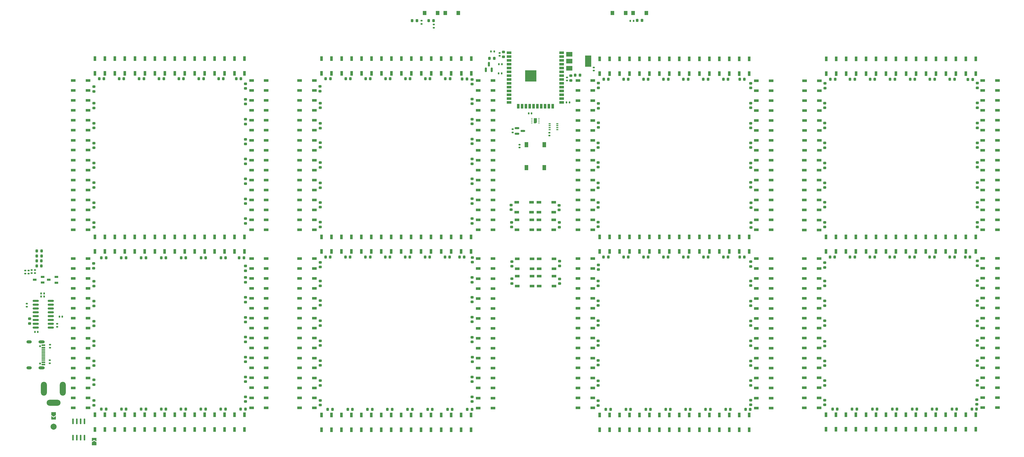
<source format=gbr>
%TF.GenerationSoftware,KiCad,Pcbnew,7.0.7*%
%TF.CreationDate,2023-09-22T21:21:00+02:00*%
%TF.ProjectId,ws2812-clock,77733238-3132-42d6-936c-6f636b2e6b69,rev?*%
%TF.SameCoordinates,Original*%
%TF.FileFunction,Soldermask,Top*%
%TF.FilePolarity,Negative*%
%FSLAX46Y46*%
G04 Gerber Fmt 4.6, Leading zero omitted, Abs format (unit mm)*
G04 Created by KiCad (PCBNEW 7.0.7) date 2023-09-22 21:21:00*
%MOMM*%
%LPD*%
G01*
G04 APERTURE LIST*
G04 Aperture macros list*
%AMRoundRect*
0 Rectangle with rounded corners*
0 $1 Rounding radius*
0 $2 $3 $4 $5 $6 $7 $8 $9 X,Y pos of 4 corners*
0 Add a 4 corners polygon primitive as box body*
4,1,4,$2,$3,$4,$5,$6,$7,$8,$9,$2,$3,0*
0 Add four circle primitives for the rounded corners*
1,1,$1+$1,$2,$3*
1,1,$1+$1,$4,$5*
1,1,$1+$1,$6,$7*
1,1,$1+$1,$8,$9*
0 Add four rect primitives between the rounded corners*
20,1,$1+$1,$2,$3,$4,$5,0*
20,1,$1+$1,$4,$5,$6,$7,0*
20,1,$1+$1,$6,$7,$8,$9,0*
20,1,$1+$1,$8,$9,$2,$3,0*%
%AMFreePoly0*
4,1,6,0.500000,-0.850000,-0.500000,-0.850000,-0.500000,0.550000,-0.200000,0.850000,0.500000,0.850000,0.500000,-0.850000,0.500000,-0.850000,$1*%
%AMFreePoly1*
4,1,6,1.000000,0.000000,0.500000,-0.750000,-0.500000,-0.750000,-0.500000,0.750000,0.500000,0.750000,1.000000,0.000000,1.000000,0.000000,$1*%
%AMFreePoly2*
4,1,6,0.500000,-0.750000,-0.650000,-0.750000,-0.150000,0.000000,-0.650000,0.750000,0.500000,0.750000,0.500000,-0.750000,0.500000,-0.750000,$1*%
G04 Aperture macros list end*
%ADD10R,1.500000X0.900000*%
%ADD11R,0.900000X1.500000*%
%ADD12RoundRect,0.135000X-0.185000X0.135000X-0.185000X-0.135000X0.185000X-0.135000X0.185000X0.135000X0*%
%ADD13RoundRect,0.225000X0.250000X-0.225000X0.250000X0.225000X-0.250000X0.225000X-0.250000X-0.225000X0*%
%ADD14C,0.650000*%
%ADD15O,2.100000X1.000000*%
%ADD16O,1.800000X1.000000*%
%ADD17R,1.150000X0.600000*%
%ADD18R,1.150000X0.300000*%
%ADD19RoundRect,0.225000X0.225000X0.250000X-0.225000X0.250000X-0.225000X-0.250000X0.225000X-0.250000X0*%
%ADD20RoundRect,0.218750X0.218750X0.256250X-0.218750X0.256250X-0.218750X-0.256250X0.218750X-0.256250X0*%
%ADD21RoundRect,0.225000X-0.250000X0.225000X-0.250000X-0.225000X0.250000X-0.225000X0.250000X0.225000X0*%
%ADD22RoundRect,0.225000X-0.225000X-0.250000X0.225000X-0.250000X0.225000X0.250000X-0.225000X0.250000X0*%
%ADD23RoundRect,0.140000X0.170000X-0.140000X0.170000X0.140000X-0.170000X0.140000X-0.170000X-0.140000X0*%
%ADD24RoundRect,0.150000X-0.587500X-0.150000X0.587500X-0.150000X0.587500X0.150000X-0.587500X0.150000X0*%
%ADD25RoundRect,0.140000X0.140000X0.170000X-0.140000X0.170000X-0.140000X-0.170000X0.140000X-0.170000X0*%
%ADD26RoundRect,0.135000X0.185000X-0.135000X0.185000X0.135000X-0.185000X0.135000X-0.185000X-0.135000X0*%
%ADD27RoundRect,0.218750X-0.218750X-0.256250X0.218750X-0.256250X0.218750X0.256250X-0.218750X0.256250X0*%
%ADD28R,1.220000X0.650000*%
%ADD29RoundRect,0.150000X0.150000X-0.587500X0.150000X0.587500X-0.150000X0.587500X-0.150000X-0.587500X0*%
%ADD30RoundRect,0.135000X-0.135000X-0.185000X0.135000X-0.185000X0.135000X0.185000X-0.135000X0.185000X0*%
%ADD31R,1.150000X1.780000*%
%ADD32C,2.000000*%
%ADD33O,0.570000X1.950000*%
%ADD34R,1.230000X1.360000*%
%ADD35RoundRect,0.140000X-0.170000X0.140000X-0.170000X-0.140000X0.170000X-0.140000X0.170000X0.140000X0*%
%ADD36O,0.770000X0.360000*%
%ADD37R,0.550000X0.250000*%
%ADD38FreePoly0,180.000000*%
%ADD39RoundRect,0.135000X0.135000X0.185000X-0.135000X0.185000X-0.135000X-0.185000X0.135000X-0.185000X0*%
%ADD40R,2.000000X1.500000*%
%ADD41R,2.000000X3.800000*%
%ADD42FreePoly1,270.000000*%
%ADD43FreePoly2,270.000000*%
%ADD44O,2.000000X4.600000*%
%ADD45O,4.600000X2.000000*%
%ADD46FreePoly1,90.000000*%
%ADD47FreePoly2,90.000000*%
%ADD48RoundRect,0.150000X0.825000X0.150000X-0.825000X0.150000X-0.825000X-0.150000X0.825000X-0.150000X0*%
%ADD49C,0.600000*%
%ADD50R,3.800000X3.800000*%
G04 APERTURE END LIST*
D10*
%TO.C,D73*%
X117600000Y-133100000D03*
X117600000Y-136400000D03*
X122500000Y-136400000D03*
X122500000Y-133100000D03*
%TD*%
%TO.C,D4*%
X42450000Y-93810000D03*
X42450000Y-97110000D03*
X47350000Y-97110000D03*
X47350000Y-93810000D03*
%TD*%
D11*
%TO.C,D51*%
X62920000Y-71550000D03*
X66220000Y-71550000D03*
X66220000Y-66650000D03*
X62920000Y-66650000D03*
%TD*%
%TO.C,D81*%
X124800000Y-190000000D03*
X128100000Y-190000000D03*
X128100000Y-185100000D03*
X124800000Y-185100000D03*
%TD*%
D10*
%TO.C,D155*%
X273999999Y-169560000D03*
X273999999Y-166260000D03*
X269099999Y-166260000D03*
X269099999Y-169560000D03*
%TD*%
%TO.C,D46*%
X106500000Y-90499999D03*
X106500000Y-87199999D03*
X101600000Y-87199999D03*
X101600000Y-90499999D03*
%TD*%
%TO.C,D43*%
X106500001Y-110359999D03*
X106500001Y-107059999D03*
X101600001Y-107059999D03*
X101600001Y-110359999D03*
%TD*%
%TO.C,D198*%
X285050000Y-166200000D03*
X285050000Y-169500000D03*
X289950000Y-169500000D03*
X289950000Y-166200000D03*
%TD*%
D12*
%TO.C,R14*%
X162052000Y-55370000D03*
X162052000Y-56390000D03*
%TD*%
D13*
%TO.C,C100*%
X174800000Y-101600000D03*
X174800000Y-100050000D03*
%TD*%
D11*
%TO.C,D192*%
X338590000Y-130800001D03*
X341890000Y-130800001D03*
X341890000Y-125900001D03*
X338590000Y-125900001D03*
%TD*%
D14*
%TO.C,USBC1*%
X31457500Y-162265000D03*
X31457500Y-168045000D03*
D15*
X31957500Y-160835000D03*
D16*
X27777500Y-160835000D03*
X27777500Y-169475000D03*
D15*
X31957500Y-169475000D03*
D17*
X32517500Y-161955000D03*
X32517500Y-162755000D03*
D18*
X32517500Y-163905000D03*
X32517500Y-164905000D03*
X32517500Y-165405000D03*
X32517500Y-166405000D03*
D17*
X32517500Y-168355000D03*
X32517500Y-167555000D03*
D18*
X32517500Y-166905000D03*
X32517500Y-165905000D03*
X32517500Y-164405000D03*
X32517500Y-163405000D03*
%TD*%
D10*
%TO.C,D200*%
X285067500Y-179417500D03*
X285067500Y-182717500D03*
X289967500Y-182717500D03*
X289967500Y-179417500D03*
%TD*%
D19*
%TO.C,C172*%
X239865000Y-73510000D03*
X238315000Y-73510000D03*
%TD*%
D10*
%TO.C,D94*%
X181740000Y-149720000D03*
X181740000Y-146420000D03*
X176840000Y-146420000D03*
X176840000Y-149720000D03*
%TD*%
D19*
%TO.C,C232*%
X340875000Y-73600000D03*
X339325000Y-73600000D03*
%TD*%
D12*
%TO.C,R5*%
X37120000Y-154790000D03*
X37120000Y-155810000D03*
%TD*%
D19*
%TO.C,C243*%
X210579000Y-72136000D03*
X209029000Y-72136000D03*
%TD*%
D11*
%TO.C,D227*%
X305540000Y-71700001D03*
X308840000Y-71700001D03*
X308840000Y-66800001D03*
X305540000Y-66800001D03*
%TD*%
D20*
%TO.C,D239*%
X231187500Y-53940000D03*
X229612500Y-53940000D03*
%TD*%
D10*
%TO.C,D194*%
X285050000Y-139720000D03*
X285050000Y-143020000D03*
X289950000Y-143020000D03*
X289950000Y-139720000D03*
%TD*%
D11*
%TO.C,D111*%
X164580000Y-71600000D03*
X167880000Y-71600000D03*
X167880000Y-66700000D03*
X164580000Y-66700000D03*
%TD*%
D13*
%TO.C,C40*%
X99568000Y-137173000D03*
X99568000Y-135623000D03*
%TD*%
%TO.C,C97*%
X174800000Y-121425000D03*
X174800000Y-119875000D03*
%TD*%
D19*
%TO.C,C135*%
X259725000Y-132625000D03*
X258175000Y-132625000D03*
%TD*%
D11*
%TO.C,D134*%
X250200001Y-130800000D03*
X253500001Y-130800000D03*
X253500001Y-125900000D03*
X250200001Y-125900000D03*
%TD*%
%TO.C,D84*%
X144660001Y-190000000D03*
X147960001Y-190000000D03*
X147960001Y-185100000D03*
X144660001Y-185100000D03*
%TD*%
D21*
%TO.C,C115*%
X203700000Y-115425000D03*
X203700000Y-116975000D03*
%TD*%
D13*
%TO.C,C209*%
X342300000Y-181575000D03*
X342300000Y-180025000D03*
%TD*%
D10*
%TO.C,D125*%
X209912500Y-100462500D03*
X209912500Y-103762500D03*
X214812500Y-103762500D03*
X214812500Y-100462500D03*
%TD*%
D22*
%TO.C,C72*%
X170615000Y-132590000D03*
X172165000Y-132590000D03*
%TD*%
D23*
%TO.C,C241*%
X206248000Y-73914000D03*
X206248000Y-72954000D03*
%TD*%
D10*
%TO.C,D41*%
X106500000Y-123600000D03*
X106500000Y-120300000D03*
X101600000Y-120300000D03*
X101600000Y-123600000D03*
%TD*%
D22*
%TO.C,C25*%
X51803000Y-183134000D03*
X53353000Y-183134000D03*
%TD*%
D13*
%TO.C,C42*%
X99568000Y-114834000D03*
X99568000Y-113284000D03*
%TD*%
D21*
%TO.C,C121*%
X216675000Y-74825000D03*
X216675000Y-76375000D03*
%TD*%
%TO.C,C23*%
X49276000Y-173456000D03*
X49276000Y-175006000D03*
%TD*%
D11*
%TO.C,D203*%
X305490001Y-189900000D03*
X308790001Y-189900000D03*
X308790001Y-185000000D03*
X305490001Y-185000000D03*
%TD*%
D10*
%TO.C,D128*%
X209900000Y-120300000D03*
X209900000Y-123600000D03*
X214800000Y-123600000D03*
X214800000Y-120300000D03*
%TD*%
%TO.C,D138*%
X209900000Y-139720000D03*
X209900000Y-143020000D03*
X214800000Y-143020000D03*
X214800000Y-139720000D03*
%TD*%
D22*
%TO.C,C31*%
X91427000Y-183134000D03*
X92977000Y-183134000D03*
%TD*%
D19*
%TO.C,C68*%
X147550000Y-132600000D03*
X146000000Y-132600000D03*
%TD*%
D10*
%TO.C,D137*%
X209900000Y-133100000D03*
X209900000Y-136400000D03*
X214800000Y-136400000D03*
X214800000Y-133100000D03*
%TD*%
%TO.C,D218*%
X349100000Y-116980000D03*
X349100000Y-113680000D03*
X344200000Y-113680000D03*
X344200000Y-116980000D03*
%TD*%
D11*
%TO.C,D207*%
X331970001Y-189900000D03*
X335270001Y-189900000D03*
X335270001Y-185000000D03*
X331970001Y-185000000D03*
%TD*%
D13*
%TO.C,C90*%
X174800000Y-174025000D03*
X174800000Y-172475000D03*
%TD*%
D11*
%TO.C,D149*%
X243580000Y-189999999D03*
X246880000Y-189999999D03*
X246880000Y-185099999D03*
X243580000Y-185099999D03*
%TD*%
D13*
%TO.C,C157*%
X267275000Y-155425000D03*
X267275000Y-153875000D03*
%TD*%
D19*
%TO.C,C66*%
X134350000Y-132600000D03*
X132800000Y-132600000D03*
%TD*%
%TO.C,C69*%
X154175000Y-132600000D03*
X152625000Y-132600000D03*
%TD*%
D10*
%TO.C,D77*%
X117600000Y-159580000D03*
X117600000Y-162880000D03*
X122500000Y-162880000D03*
X122500000Y-159580000D03*
%TD*%
D13*
%TO.C,C223*%
X342400000Y-82975000D03*
X342400000Y-81425000D03*
%TD*%
D10*
%TO.C,D2*%
X42450000Y-80570000D03*
X42450000Y-83870000D03*
X47350000Y-83870000D03*
X47350000Y-80570000D03*
%TD*%
D13*
%TO.C,C41*%
X99568000Y-121425000D03*
X99568000Y-119875000D03*
%TD*%
%TO.C,C101*%
X174800000Y-94975000D03*
X174800000Y-93425000D03*
%TD*%
D10*
%TO.C,D215*%
X349100001Y-142979999D03*
X349100001Y-139679999D03*
X344200001Y-139679999D03*
X344200001Y-142979999D03*
%TD*%
D11*
%TO.C,D52*%
X69539999Y-71550000D03*
X72839999Y-71550000D03*
X72839999Y-66650000D03*
X69539999Y-66650000D03*
%TD*%
%TO.C,D71*%
X164520001Y-130800000D03*
X167820001Y-130800000D03*
X167820001Y-125900000D03*
X164520001Y-125900000D03*
%TD*%
D19*
%TO.C,C171*%
X233225000Y-73525000D03*
X231675000Y-73525000D03*
%TD*%
D10*
%TO.C,D6*%
X42450000Y-107050000D03*
X42450000Y-110350000D03*
X47350000Y-110350000D03*
X47350000Y-107050000D03*
%TD*%
D21*
%TO.C,C144*%
X216600000Y-180400000D03*
X216600000Y-181950000D03*
%TD*%
D10*
%TO.C,D119*%
X197100000Y-133200000D03*
X197100000Y-136500000D03*
X202000000Y-136500000D03*
X202000000Y-133200000D03*
%TD*%
D22*
%TO.C,C82*%
X133525000Y-183300000D03*
X135075000Y-183300000D03*
%TD*%
D24*
%TO.C,Q3*%
X189725000Y-89750000D03*
X189725000Y-91650000D03*
X191600000Y-90700000D03*
%TD*%
D21*
%TO.C,C193*%
X291800000Y-134525000D03*
X291800000Y-136075000D03*
%TD*%
D13*
%TO.C,C168*%
X267250000Y-76450000D03*
X267250000Y-74900000D03*
%TD*%
D21*
%TO.C,C140*%
X216625000Y-153800000D03*
X216625000Y-155350000D03*
%TD*%
%TO.C,C24*%
X49276000Y-180327000D03*
X49276000Y-181877000D03*
%TD*%
D10*
%TO.C,D124*%
X209912500Y-93842500D03*
X209912500Y-97142500D03*
X214812500Y-97142500D03*
X214812500Y-93842500D03*
%TD*%
D19*
%TO.C,C189*%
X321575000Y-132600000D03*
X320025000Y-132600000D03*
%TD*%
D10*
%TO.C,D223*%
X349100000Y-83880001D03*
X349100000Y-80580001D03*
X344200000Y-80580001D03*
X344200000Y-83880001D03*
%TD*%
D13*
%TO.C,C93*%
X174800000Y-154175000D03*
X174800000Y-152625000D03*
%TD*%
D25*
%TO.C,C235*%
X38834000Y-152400000D03*
X37874000Y-152400000D03*
%TD*%
D10*
%TO.C,D209*%
X349100000Y-182700000D03*
X349100000Y-179400000D03*
X344200000Y-179400000D03*
X344200000Y-182700000D03*
%TD*%
%TO.C,D140*%
X209900000Y-152960000D03*
X209900000Y-156260000D03*
X214800000Y-156260000D03*
X214800000Y-152960000D03*
%TD*%
D19*
%TO.C,C190*%
X328175000Y-132600000D03*
X326625000Y-132600000D03*
%TD*%
%TO.C,C226*%
X301775000Y-73500000D03*
X300225000Y-73500000D03*
%TD*%
D21*
%TO.C,C5*%
X49276000Y-101346000D03*
X49276000Y-102896000D03*
%TD*%
D19*
%TO.C,C231*%
X334875000Y-73500000D03*
X333325000Y-73500000D03*
%TD*%
D13*
%TO.C,C46*%
X99600000Y-88400000D03*
X99600000Y-86850000D03*
%TD*%
D19*
%TO.C,C132*%
X239850000Y-132625000D03*
X238300000Y-132625000D03*
%TD*%
D22*
%TO.C,C236*%
X180581000Y-66548000D03*
X182131000Y-66548000D03*
%TD*%
D13*
%TO.C,C166*%
X267250000Y-89725000D03*
X267250000Y-88175000D03*
%TD*%
D10*
%TO.C,D75*%
X117600000Y-146340000D03*
X117600000Y-149640000D03*
X122500000Y-149640000D03*
X122500000Y-146340000D03*
%TD*%
D11*
%TO.C,D31*%
X89370001Y-189950000D03*
X92670001Y-189950000D03*
X92670001Y-185050000D03*
X89370001Y-185050000D03*
%TD*%
D10*
%TO.C,D98*%
X181700001Y-116980000D03*
X181700001Y-113680000D03*
X176800001Y-113680000D03*
X176800001Y-116980000D03*
%TD*%
D22*
%TO.C,C149*%
X245675000Y-183300000D03*
X247225000Y-183300000D03*
%TD*%
D13*
%TO.C,C242*%
X207518000Y-73914000D03*
X207518000Y-72364000D03*
%TD*%
D21*
%TO.C,C57*%
X124350000Y-75925000D03*
X124350000Y-77475000D03*
%TD*%
%TO.C,C141*%
X216600000Y-160475000D03*
X216600000Y-162025000D03*
%TD*%
D19*
%TO.C,C71*%
X167375000Y-132600000D03*
X165825000Y-132600000D03*
%TD*%
%TO.C,C176*%
X265125000Y-73510000D03*
X263575000Y-73510000D03*
%TD*%
D10*
%TO.C,D221*%
X349100000Y-97120000D03*
X349100000Y-93820000D03*
X344200000Y-93820000D03*
X344200000Y-97120000D03*
%TD*%
D22*
%TO.C,C146*%
X225825000Y-183275000D03*
X227375000Y-183275000D03*
%TD*%
D21*
%TO.C,C18*%
X49276000Y-140703000D03*
X49276000Y-142253000D03*
%TD*%
D13*
%TO.C,C156*%
X267275000Y-162075000D03*
X267275000Y-160525000D03*
%TD*%
D11*
%TO.C,D229*%
X318780000Y-71700001D03*
X322080000Y-71700001D03*
X322080000Y-66800001D03*
X318780000Y-66800001D03*
%TD*%
D22*
%TO.C,C83*%
X140100000Y-183300000D03*
X141650000Y-183300000D03*
%TD*%
D10*
%TO.C,D123*%
X209912500Y-87222500D03*
X209912500Y-90522500D03*
X214812500Y-90522500D03*
X214812500Y-87222500D03*
%TD*%
%TO.C,D141*%
X209900000Y-159580000D03*
X209900000Y-162880000D03*
X214800000Y-162880000D03*
X214800000Y-159580000D03*
%TD*%
D21*
%TO.C,C139*%
X216625000Y-147150000D03*
X216625000Y-148700000D03*
%TD*%
D13*
%TO.C,C154*%
X267250000Y-175275000D03*
X267250000Y-173725000D03*
%TD*%
D10*
%TO.C,D184*%
X285047500Y-120317500D03*
X285047500Y-123617500D03*
X289947500Y-123617500D03*
X289947500Y-120317500D03*
%TD*%
D26*
%TO.C,R8*%
X29740000Y-137960000D03*
X29740000Y-136940000D03*
%TD*%
D20*
%TO.C,D235*%
X31934500Y-130619000D03*
X30359500Y-130619000D03*
%TD*%
D11*
%TO.C,D9*%
X49650000Y-130800000D03*
X52950000Y-130800000D03*
X52950000Y-125900000D03*
X49650000Y-125900000D03*
%TD*%
D10*
%TO.C,D122*%
X209912500Y-80602500D03*
X209912500Y-83902500D03*
X214812500Y-83902500D03*
X214812500Y-80602500D03*
%TD*%
D11*
%TO.C,D12*%
X69510000Y-130800000D03*
X72810000Y-130800000D03*
X72810000Y-125900000D03*
X69510000Y-125900000D03*
%TD*%
%TO.C,D151*%
X256820000Y-190000000D03*
X260120000Y-190000000D03*
X260120000Y-185100000D03*
X256820000Y-185100000D03*
%TD*%
%TO.C,D112*%
X171200000Y-71600000D03*
X174500000Y-71600000D03*
X174500000Y-66700000D03*
X171200000Y-66700000D03*
%TD*%
%TO.C,D82*%
X131420001Y-190000000D03*
X134720001Y-190000000D03*
X134720001Y-185100000D03*
X131420001Y-185100000D03*
%TD*%
D10*
%TO.C,D47*%
X106500001Y-83879999D03*
X106500001Y-80579999D03*
X101600001Y-80579999D03*
X101600001Y-83879999D03*
%TD*%
D22*
%TO.C,C81*%
X126900000Y-183300000D03*
X128450000Y-183300000D03*
%TD*%
D19*
%TO.C,C109*%
X154225000Y-73400000D03*
X152675000Y-73400000D03*
%TD*%
D11*
%TO.C,D228*%
X312160000Y-71700000D03*
X315460000Y-71700000D03*
X315460000Y-66800000D03*
X312160000Y-66800000D03*
%TD*%
D26*
%TO.C,R4*%
X34700000Y-167960000D03*
X34700000Y-166940000D03*
%TD*%
D13*
%TO.C,C98*%
X174800000Y-114825000D03*
X174800000Y-113275000D03*
%TD*%
D11*
%TO.C,D190*%
X325350000Y-130800001D03*
X328650000Y-130800001D03*
X328650000Y-125900001D03*
X325350000Y-125900001D03*
%TD*%
D27*
%TO.C,D238*%
X154922500Y-54040000D03*
X156497500Y-54040000D03*
%TD*%
D10*
%TO.C,D216*%
X349100001Y-136359999D03*
X349100001Y-133059999D03*
X344200001Y-133059999D03*
X344200001Y-136359999D03*
%TD*%
%TO.C,D182*%
X285047500Y-107077500D03*
X285047500Y-110377500D03*
X289947500Y-110377500D03*
X289947500Y-107077500D03*
%TD*%
%TO.C,D159*%
X274000000Y-143080000D03*
X274000000Y-139780000D03*
X269100000Y-139780000D03*
X269100000Y-143080000D03*
%TD*%
D11*
%TO.C,D204*%
X312110001Y-189900001D03*
X315410001Y-189900001D03*
X315410001Y-185000001D03*
X312110001Y-185000001D03*
%TD*%
%TO.C,D108*%
X144740000Y-71580000D03*
X148040000Y-71580000D03*
X148040000Y-66680000D03*
X144740000Y-66680000D03*
%TD*%
D19*
%TO.C,C174*%
X253090000Y-73530000D03*
X251540000Y-73530000D03*
%TD*%
D13*
%TO.C,C153*%
X267275000Y-181725000D03*
X267275000Y-180175000D03*
%TD*%
D11*
%TO.C,D135*%
X256820001Y-130800000D03*
X260120001Y-130800000D03*
X260120001Y-125900000D03*
X256820001Y-125900000D03*
%TD*%
D10*
%TO.C,D144*%
X209900000Y-179440000D03*
X209900000Y-182740000D03*
X214800000Y-182740000D03*
X214800000Y-179440000D03*
%TD*%
D21*
%TO.C,C116*%
X203750000Y-121150000D03*
X203750000Y-122700000D03*
%TD*%
D10*
%TO.C,D104*%
X181700001Y-77260000D03*
X181700001Y-73960000D03*
X176800001Y-73960000D03*
X176800001Y-77260000D03*
%TD*%
D13*
%TO.C,C37*%
X99568000Y-154204000D03*
X99568000Y-152654000D03*
%TD*%
D10*
%TO.C,D60*%
X117600000Y-93820000D03*
X117600000Y-97120000D03*
X122500000Y-97120000D03*
X122500000Y-93820000D03*
%TD*%
%TO.C,D165*%
X273999999Y-97160000D03*
X273999999Y-93860000D03*
X269099999Y-93860000D03*
X269099999Y-97160000D03*
%TD*%
D28*
%TO.C,Q2*%
X32300000Y-141110000D03*
X32300000Y-139210000D03*
X29680000Y-140160000D03*
%TD*%
D11*
%TO.C,D191*%
X331970000Y-130800001D03*
X335270000Y-130800001D03*
X335270000Y-125900001D03*
X331970000Y-125900001D03*
%TD*%
D22*
%TO.C,C150*%
X252300000Y-183300000D03*
X253850000Y-183300000D03*
%TD*%
%TO.C,C86*%
X160025000Y-183300000D03*
X161575000Y-183300000D03*
%TD*%
%TO.C,C147*%
X232450000Y-183300000D03*
X234000000Y-183300000D03*
%TD*%
%TO.C,C208*%
X340650000Y-183200000D03*
X342200000Y-183200000D03*
%TD*%
%TO.C,C206*%
X327450000Y-183200000D03*
X329000000Y-183200000D03*
%TD*%
D10*
%TO.C,D153*%
X274000000Y-182800000D03*
X274000000Y-179500000D03*
X269100000Y-179500000D03*
X269100000Y-182800000D03*
%TD*%
D13*
%TO.C,C214*%
X342400000Y-148750000D03*
X342400000Y-147200000D03*
%TD*%
D22*
%TO.C,C152*%
X265525000Y-183300000D03*
X267075000Y-183300000D03*
%TD*%
D11*
%TO.C,D150*%
X250200000Y-190000000D03*
X253500000Y-190000000D03*
X253500000Y-185100000D03*
X250200000Y-185100000D03*
%TD*%
D21*
%TO.C,C59*%
X124400000Y-88200000D03*
X124400000Y-89750000D03*
%TD*%
D26*
%TO.C,R2*%
X27050000Y-149110000D03*
X27050000Y-148090000D03*
%TD*%
D21*
%TO.C,C177*%
X291850000Y-74915000D03*
X291850000Y-76465000D03*
%TD*%
%TO.C,C118*%
X187975000Y-139850000D03*
X187975000Y-141400000D03*
%TD*%
%TO.C,C73*%
X124400000Y-134375000D03*
X124400000Y-135925000D03*
%TD*%
D11*
%TO.C,D106*%
X131500000Y-71579999D03*
X134800000Y-71579999D03*
X134800000Y-66679999D03*
X131500000Y-66679999D03*
%TD*%
D10*
%TO.C,D61*%
X117600000Y-100440000D03*
X117600000Y-103740000D03*
X122500000Y-103740000D03*
X122500000Y-100440000D03*
%TD*%
D13*
%TO.C,C44*%
X99568000Y-101613000D03*
X99568000Y-100063000D03*
%TD*%
D10*
%TO.C,D79*%
X117600000Y-172820000D03*
X117600000Y-176120000D03*
X122500000Y-176120000D03*
X122500000Y-172820000D03*
%TD*%
D19*
%TO.C,C229*%
X321675000Y-73500000D03*
X320125000Y-73500000D03*
%TD*%
D11*
%TO.C,D69*%
X151280001Y-130799999D03*
X154580001Y-130799999D03*
X154580001Y-125899999D03*
X151280001Y-125899999D03*
%TD*%
D10*
%TO.C,D193*%
X285050000Y-133100000D03*
X285050000Y-136400000D03*
X289950000Y-136400000D03*
X289950000Y-133100000D03*
%TD*%
D11*
%TO.C,D185*%
X292250000Y-130800000D03*
X295550000Y-130800000D03*
X295550000Y-125900000D03*
X292250000Y-125900000D03*
%TD*%
D10*
%TO.C,D23*%
X42430000Y-172850000D03*
X42430000Y-176150000D03*
X47330000Y-176150000D03*
X47330000Y-172850000D03*
%TD*%
%TO.C,D118*%
X189800000Y-139000000D03*
X189800000Y-142300000D03*
X194700000Y-142300000D03*
X194700000Y-139000000D03*
%TD*%
D19*
%TO.C,C228*%
X315050000Y-73500000D03*
X313500000Y-73500000D03*
%TD*%
D29*
%TO.C,Q4*%
X179400000Y-70375000D03*
X181300000Y-70375000D03*
X180350000Y-68500000D03*
%TD*%
D10*
%TO.C,D217*%
X349100000Y-123600000D03*
X349100000Y-120300000D03*
X344200000Y-120300000D03*
X344200000Y-123600000D03*
%TD*%
D11*
%TO.C,D105*%
X124879999Y-71580001D03*
X128179999Y-71580001D03*
X128179999Y-66680001D03*
X124879999Y-66680001D03*
%TD*%
%TO.C,D55*%
X89380000Y-71550000D03*
X92680000Y-71550000D03*
X92680000Y-66650000D03*
X89380000Y-66650000D03*
%TD*%
D22*
%TO.C,C32*%
X98018000Y-183134000D03*
X99568000Y-183134000D03*
%TD*%
D11*
%TO.C,D54*%
X82780001Y-71550000D03*
X86080001Y-71550000D03*
X86080001Y-66650000D03*
X82780001Y-66650000D03*
%TD*%
D19*
%TO.C,C130*%
X226625000Y-132625000D03*
X225075000Y-132625000D03*
%TD*%
D11*
%TO.C,D136*%
X263440001Y-130800000D03*
X266740001Y-130800000D03*
X266740001Y-125900000D03*
X263440001Y-125900000D03*
%TD*%
D21*
%TO.C,C142*%
X216625000Y-167000000D03*
X216625000Y-168550000D03*
%TD*%
D11*
%TO.C,D230*%
X325400000Y-71700001D03*
X328700000Y-71700001D03*
X328700000Y-66800001D03*
X325400000Y-66800001D03*
%TD*%
D21*
%TO.C,C80*%
X124400000Y-180300000D03*
X124400000Y-181850000D03*
%TD*%
D11*
%TO.C,D13*%
X76130000Y-130800000D03*
X79430000Y-130800000D03*
X79430000Y-125900000D03*
X76130000Y-125900000D03*
%TD*%
D10*
%TO.C,D3*%
X42450000Y-87190000D03*
X42450000Y-90490000D03*
X47350000Y-90490000D03*
X47350000Y-87190000D03*
%TD*%
D11*
%TO.C,D26*%
X56270001Y-189950000D03*
X59570001Y-189950000D03*
X59570001Y-185050000D03*
X56270001Y-185050000D03*
%TD*%
D10*
%TO.C,D212*%
X349100001Y-162839999D03*
X349100001Y-159539999D03*
X344200001Y-159539999D03*
X344200001Y-162839999D03*
%TD*%
D22*
%TO.C,C28*%
X71628000Y-183134000D03*
X73178000Y-183134000D03*
%TD*%
D19*
%TO.C,C56*%
X98075000Y-73350000D03*
X96525000Y-73350000D03*
%TD*%
D10*
%TO.C,D127*%
X209900000Y-113680000D03*
X209900000Y-116980000D03*
X214800000Y-116980000D03*
X214800000Y-113680000D03*
%TD*%
%TO.C,D117*%
X189800000Y-133200000D03*
X189800000Y-136500000D03*
X194700000Y-136500000D03*
X194700000Y-133200000D03*
%TD*%
%TO.C,D33*%
X106500002Y-182719999D03*
X106500002Y-179419999D03*
X101600002Y-179419999D03*
X101600002Y-182719999D03*
%TD*%
D11*
%TO.C,D176*%
X263440000Y-71700001D03*
X266740000Y-71700001D03*
X266740000Y-66800001D03*
X263440000Y-66800001D03*
%TD*%
%TO.C,D188*%
X312110000Y-130800000D03*
X315410000Y-130800000D03*
X315410000Y-125900000D03*
X312110000Y-125900000D03*
%TD*%
D13*
%TO.C,C216*%
X342400000Y-135475000D03*
X342400000Y-133925000D03*
%TD*%
D21*
%TO.C,C120*%
X203825000Y-139875000D03*
X203825000Y-141425000D03*
%TD*%
D19*
%TO.C,C175*%
X259715000Y-73520000D03*
X258165000Y-73520000D03*
%TD*%
D10*
%TO.C,D37*%
X106499999Y-156260000D03*
X106499999Y-152960000D03*
X101599999Y-152960000D03*
X101599999Y-156260000D03*
%TD*%
D11*
%TO.C,D231*%
X332019999Y-71700002D03*
X335319999Y-71700002D03*
X335319999Y-66800002D03*
X332019999Y-66800002D03*
%TD*%
D21*
%TO.C,C117*%
X187975000Y-134150000D03*
X187975000Y-135700000D03*
%TD*%
D13*
%TO.C,C217*%
X342400000Y-122675000D03*
X342400000Y-121125000D03*
%TD*%
D21*
%TO.C,C1*%
X49276000Y-76025000D03*
X49276000Y-77575000D03*
%TD*%
D19*
%TO.C,C106*%
X134425000Y-73400000D03*
X132875000Y-73400000D03*
%TD*%
D10*
%TO.C,D196*%
X285050000Y-152960000D03*
X285050000Y-156260000D03*
X289950000Y-156260000D03*
X289950000Y-152960000D03*
%TD*%
D19*
%TO.C,C107*%
X141025000Y-73400000D03*
X139475000Y-73400000D03*
%TD*%
D13*
%TO.C,C39*%
X99568000Y-140983000D03*
X99568000Y-139433000D03*
%TD*%
D21*
%TO.C,C2*%
X49276000Y-81508000D03*
X49276000Y-83058000D03*
%TD*%
D10*
%TO.C,D178*%
X285100000Y-80620000D03*
X285100000Y-83920000D03*
X290000000Y-83920000D03*
X290000000Y-80620000D03*
%TD*%
D19*
%TO.C,C230*%
X328275000Y-73500000D03*
X326725000Y-73500000D03*
%TD*%
D13*
%TO.C,C167*%
X267275000Y-83025000D03*
X267275000Y-81475000D03*
%TD*%
D10*
%TO.C,D90*%
X181700000Y-176180000D03*
X181700000Y-172880000D03*
X176800000Y-172880000D03*
X176800000Y-176180000D03*
%TD*%
%TO.C,D93*%
X181740000Y-156340000D03*
X181740000Y-153040000D03*
X176840000Y-153040000D03*
X176840000Y-156340000D03*
%TD*%
D30*
%TO.C,R18*%
X183590000Y-71550000D03*
X184610000Y-71550000D03*
%TD*%
D20*
%TO.C,D234*%
X31912000Y-135589002D03*
X30337000Y-135589002D03*
%TD*%
D21*
%TO.C,C182*%
X291760000Y-107965000D03*
X291760000Y-109515000D03*
%TD*%
D13*
%TO.C,C219*%
X342400000Y-109475000D03*
X342400000Y-107925000D03*
%TD*%
D11*
%TO.C,D206*%
X325350001Y-189900000D03*
X328650001Y-189900000D03*
X328650001Y-185000000D03*
X325350001Y-185000000D03*
%TD*%
D13*
%TO.C,C159*%
X267275000Y-142125000D03*
X267275000Y-140575000D03*
%TD*%
D21*
%TO.C,C20*%
X49276000Y-153924000D03*
X49276000Y-155474000D03*
%TD*%
D22*
%TO.C,C207*%
X334050000Y-183200000D03*
X335600000Y-183200000D03*
%TD*%
D10*
%TO.C,D36*%
X106500000Y-162860000D03*
X106500000Y-159560000D03*
X101600000Y-159560000D03*
X101600000Y-162860000D03*
%TD*%
D11*
%TO.C,D85*%
X151280001Y-190000000D03*
X154580001Y-190000000D03*
X154580001Y-185100000D03*
X151280001Y-185100000D03*
%TD*%
D13*
%TO.C,C38*%
X99568000Y-147587000D03*
X99568000Y-146037000D03*
%TD*%
D10*
%TO.C,D19*%
X42430000Y-146370000D03*
X42430000Y-149670000D03*
X47330000Y-149670000D03*
X47330000Y-146370000D03*
%TD*%
%TO.C,D76*%
X117600000Y-152960000D03*
X117600000Y-156260000D03*
X122500000Y-156260000D03*
X122500000Y-152960000D03*
%TD*%
D13*
%TO.C,C155*%
X267250000Y-168700000D03*
X267250000Y-167150000D03*
%TD*%
D21*
%TO.C,C113*%
X187750000Y-115325000D03*
X187750000Y-116875000D03*
%TD*%
D10*
%TO.C,D160*%
X274000000Y-136459999D03*
X274000000Y-133159999D03*
X269100000Y-133159999D03*
X269100000Y-136459999D03*
%TD*%
D22*
%TO.C,C29*%
X78206000Y-183134000D03*
X79756000Y-183134000D03*
%TD*%
%TO.C,C151*%
X258925000Y-183300000D03*
X260475000Y-183300000D03*
%TD*%
D31*
%TO.C,BZ1*%
X192820000Y-102880000D03*
X198780000Y-95280000D03*
X198780000Y-102880000D03*
X192820000Y-95280000D03*
%TD*%
D10*
%TO.C,D121*%
X209912500Y-73982500D03*
X209912500Y-77282500D03*
X214812500Y-77282500D03*
X214812500Y-73982500D03*
%TD*%
D11*
%TO.C,D67*%
X138040001Y-130800000D03*
X141340001Y-130800000D03*
X141340001Y-125900000D03*
X138040001Y-125900000D03*
%TD*%
D10*
%TO.C,D220*%
X349099999Y-103740000D03*
X349099999Y-100440000D03*
X344199999Y-100440000D03*
X344199999Y-103740000D03*
%TD*%
%TO.C,D113*%
X189600000Y-114450000D03*
X189600000Y-117750000D03*
X194500000Y-117750000D03*
X194500000Y-114450000D03*
%TD*%
D26*
%TO.C,R13*%
X188214000Y-91188000D03*
X188214000Y-90168000D03*
%TD*%
D19*
%TO.C,C187*%
X308380000Y-132620000D03*
X306830000Y-132620000D03*
%TD*%
D21*
%TO.C,C122*%
X216700000Y-81600000D03*
X216700000Y-83150000D03*
%TD*%
D10*
%TO.C,D143*%
X209900000Y-172820000D03*
X209900000Y-176120000D03*
X214800000Y-176120000D03*
X214800000Y-172820000D03*
%TD*%
D19*
%TO.C,C16*%
X99075000Y-132900000D03*
X97525000Y-132900000D03*
%TD*%
D10*
%TO.C,D180*%
X285100000Y-93860000D03*
X285100000Y-97160000D03*
X290000000Y-97160000D03*
X290000000Y-93860000D03*
%TD*%
D11*
%TO.C,D15*%
X89370000Y-130800000D03*
X92670000Y-130800000D03*
X92670000Y-125900000D03*
X89370000Y-125900000D03*
%TD*%
D19*
%TO.C,C65*%
X127750000Y-132600000D03*
X126200000Y-132600000D03*
%TD*%
D22*
%TO.C,C202*%
X300900000Y-183200000D03*
X302450000Y-183200000D03*
%TD*%
D19*
%TO.C,C52*%
X72475000Y-73400000D03*
X70925000Y-73400000D03*
%TD*%
D10*
%TO.C,D211*%
X349100001Y-169459999D03*
X349100001Y-166159999D03*
X344200001Y-166159999D03*
X344200001Y-169459999D03*
%TD*%
D26*
%TO.C,R3*%
X34750000Y-162740000D03*
X34750000Y-161720000D03*
%TD*%
D32*
%TO.C,J1*%
X35940000Y-189020000D03*
%TD*%
D19*
%TO.C,C133*%
X246475000Y-132650000D03*
X244925000Y-132650000D03*
%TD*%
%TO.C,C53*%
X79075000Y-73400000D03*
X77525000Y-73400000D03*
%TD*%
D21*
%TO.C,C197*%
X291800000Y-160625000D03*
X291800000Y-162175000D03*
%TD*%
D11*
%TO.C,D232*%
X338640000Y-71700001D03*
X341940000Y-71700001D03*
X341940000Y-66800001D03*
X338640000Y-66800001D03*
%TD*%
D10*
%TO.C,D157*%
X274000000Y-156320000D03*
X274000000Y-153020000D03*
X269100000Y-153020000D03*
X269100000Y-156320000D03*
%TD*%
D21*
%TO.C,C195*%
X291800000Y-147225000D03*
X291800000Y-148775000D03*
%TD*%
D10*
%TO.C,D102*%
X181700001Y-90500000D03*
X181700001Y-87200000D03*
X176800001Y-87200000D03*
X176800001Y-90500000D03*
%TD*%
%TO.C,D8*%
X42450000Y-120290000D03*
X42450000Y-123590000D03*
X47350000Y-123590000D03*
X47350000Y-120290000D03*
%TD*%
D13*
%TO.C,C103*%
X174800000Y-81700000D03*
X174800000Y-80150000D03*
%TD*%
D19*
%TO.C,C169*%
X220000000Y-73525000D03*
X218450000Y-73525000D03*
%TD*%
D21*
%TO.C,C114*%
X187900000Y-121100000D03*
X187900000Y-122650000D03*
%TD*%
D33*
%TO.C,Q5*%
X42350000Y-192670000D03*
X43630000Y-192670000D03*
X44890000Y-192670000D03*
X46160000Y-192670000D03*
X46160000Y-187250000D03*
X44890000Y-187250000D03*
X43630000Y-187250000D03*
X42350000Y-187250000D03*
%TD*%
D19*
%TO.C,C170*%
X226600000Y-73525000D03*
X225050000Y-73525000D03*
%TD*%
D21*
%TO.C,C60*%
X124400000Y-94625000D03*
X124400000Y-96175000D03*
%TD*%
D34*
%TO.C,SW2*%
X165870000Y-51550000D03*
X170230000Y-51550000D03*
%TD*%
D19*
%TO.C,C67*%
X140975000Y-132600000D03*
X139425000Y-132600000D03*
%TD*%
D13*
%TO.C,C96*%
X174900000Y-134350000D03*
X174900000Y-132800000D03*
%TD*%
D10*
%TO.C,D142*%
X209900000Y-166200000D03*
X209900000Y-169500000D03*
X214800000Y-169500000D03*
X214800000Y-166200000D03*
%TD*%
D11*
%TO.C,D202*%
X298870001Y-189899999D03*
X302170001Y-189899999D03*
X302170001Y-184999999D03*
X298870001Y-184999999D03*
%TD*%
D10*
%TO.C,D183*%
X285047500Y-113697500D03*
X285047500Y-116997500D03*
X289947500Y-116997500D03*
X289947500Y-113697500D03*
%TD*%
%TO.C,D92*%
X181740000Y-162960000D03*
X181740000Y-159660000D03*
X176840000Y-159660000D03*
X176840000Y-162960000D03*
%TD*%
D22*
%TO.C,C145*%
X219175000Y-183275000D03*
X220725000Y-183275000D03*
%TD*%
D11*
%TO.C,D87*%
X164520001Y-190000000D03*
X167820001Y-190000000D03*
X167820001Y-185100000D03*
X164520001Y-185100000D03*
%TD*%
D21*
%TO.C,C124*%
X216650000Y-94700000D03*
X216650000Y-96250000D03*
%TD*%
D13*
%TO.C,C104*%
X174800000Y-75150000D03*
X174800000Y-73600000D03*
%TD*%
D10*
%TO.C,D154*%
X274000002Y-176180000D03*
X274000002Y-172880000D03*
X269100002Y-172880000D03*
X269100002Y-176180000D03*
%TD*%
%TO.C,D100*%
X181700000Y-103740000D03*
X181700000Y-100440000D03*
X176800000Y-100440000D03*
X176800000Y-103740000D03*
%TD*%
D19*
%TO.C,C108*%
X147625000Y-73400000D03*
X146075000Y-73400000D03*
%TD*%
D11*
%TO.C,D225*%
X292300000Y-71700000D03*
X295600000Y-71700000D03*
X295600000Y-66800000D03*
X292300000Y-66800000D03*
%TD*%
D21*
%TO.C,C137*%
X216675000Y-135250000D03*
X216675000Y-136800000D03*
%TD*%
D13*
%TO.C,C48*%
X99600000Y-76575000D03*
X99600000Y-75025000D03*
%TD*%
D10*
%TO.C,D224*%
X349100000Y-77260000D03*
X349100000Y-73960000D03*
X344200000Y-73960000D03*
X344200000Y-77260000D03*
%TD*%
D11*
%TO.C,D11*%
X62890000Y-130799999D03*
X66190000Y-130799999D03*
X66190000Y-125899999D03*
X62890000Y-125899999D03*
%TD*%
D13*
%TO.C,C34*%
X99568000Y-174016000D03*
X99568000Y-172466000D03*
%TD*%
D11*
%TO.C,D226*%
X298920000Y-71700001D03*
X302220000Y-71700001D03*
X302220000Y-66800001D03*
X298920000Y-66800001D03*
%TD*%
D19*
%TO.C,C11*%
X66548000Y-132842000D03*
X64998000Y-132842000D03*
%TD*%
D11*
%TO.C,D186*%
X298870000Y-130800001D03*
X302170000Y-130800001D03*
X302170000Y-125900001D03*
X298870000Y-125900001D03*
%TD*%
D21*
%TO.C,C6*%
X49276000Y-107937000D03*
X49276000Y-109487000D03*
%TD*%
D11*
%TO.C,D201*%
X292250000Y-189900000D03*
X295550000Y-189900000D03*
X295550000Y-185000000D03*
X292250000Y-185000000D03*
%TD*%
%TO.C,D146*%
X223720000Y-190000000D03*
X227020000Y-190000000D03*
X227020000Y-185100000D03*
X223720000Y-185100000D03*
%TD*%
%TO.C,D86*%
X157900001Y-189999999D03*
X161200001Y-189999999D03*
X161200001Y-185099999D03*
X157900001Y-185099999D03*
%TD*%
D10*
%TO.C,D59*%
X117600000Y-87200000D03*
X117600000Y-90500000D03*
X122500000Y-90500000D03*
X122500000Y-87200000D03*
%TD*%
%TO.C,D126*%
X209912500Y-107082500D03*
X209912500Y-110382500D03*
X214812500Y-110382500D03*
X214812500Y-107082500D03*
%TD*%
D21*
%TO.C,C200*%
X291800000Y-180200000D03*
X291800000Y-181750000D03*
%TD*%
D19*
%TO.C,C51*%
X65875000Y-73400000D03*
X64325000Y-73400000D03*
%TD*%
D21*
%TO.C,C238*%
X185230000Y-64505000D03*
X185230000Y-66055000D03*
%TD*%
D19*
%TO.C,C111*%
X167475000Y-73400000D03*
X165925000Y-73400000D03*
%TD*%
D13*
%TO.C,C161*%
X267300000Y-122775000D03*
X267300000Y-121225000D03*
%TD*%
%TO.C,C89*%
X174800000Y-180650000D03*
X174800000Y-179100000D03*
%TD*%
D11*
%TO.C,D56*%
X96000000Y-71550000D03*
X99300000Y-71550000D03*
X99300000Y-66650000D03*
X96000000Y-66650000D03*
%TD*%
D10*
%TO.C,D177*%
X285100000Y-74000000D03*
X285100000Y-77300000D03*
X290000000Y-77300000D03*
X290000000Y-74000000D03*
%TD*%
D21*
%TO.C,C4*%
X49276000Y-94742000D03*
X49276000Y-96292000D03*
%TD*%
%TO.C,C8*%
X49276000Y-121158000D03*
X49276000Y-122708000D03*
%TD*%
D22*
%TO.C,C148*%
X239050000Y-183300000D03*
X240600000Y-183300000D03*
%TD*%
D21*
%TO.C,C22*%
X49276000Y-167132000D03*
X49276000Y-168682000D03*
%TD*%
%TO.C,C199*%
X291800000Y-173725000D03*
X291800000Y-175275000D03*
%TD*%
D10*
%TO.C,D95*%
X181740000Y-143100000D03*
X181740000Y-139800000D03*
X176840000Y-139800000D03*
X176840000Y-143100000D03*
%TD*%
%TO.C,D62*%
X117600000Y-107060000D03*
X117600000Y-110360000D03*
X122500000Y-110360000D03*
X122500000Y-107060000D03*
%TD*%
D11*
%TO.C,D132*%
X236960001Y-130800001D03*
X240260001Y-130800001D03*
X240260001Y-125900001D03*
X236960001Y-125900001D03*
%TD*%
D19*
%TO.C,C70*%
X160750000Y-132600000D03*
X159200000Y-132600000D03*
%TD*%
D11*
%TO.C,D53*%
X76160000Y-71550000D03*
X79460000Y-71550000D03*
X79460000Y-66650000D03*
X76160000Y-66650000D03*
%TD*%
%TO.C,D65*%
X124800000Y-130800000D03*
X128100000Y-130800000D03*
X128100000Y-125900000D03*
X124800000Y-125900000D03*
%TD*%
D10*
%TO.C,D91*%
X181739999Y-169580000D03*
X181739999Y-166280000D03*
X176839999Y-166280000D03*
X176839999Y-169580000D03*
%TD*%
D21*
%TO.C,C64*%
X124400000Y-121050000D03*
X124400000Y-122600000D03*
%TD*%
D22*
%TO.C,C87*%
X166625000Y-183300000D03*
X168175000Y-183300000D03*
%TD*%
D11*
%TO.C,D29*%
X76130001Y-189950000D03*
X79430001Y-189950000D03*
X79430001Y-185050000D03*
X76130001Y-185050000D03*
%TD*%
D21*
%TO.C,C3*%
X49276000Y-88138000D03*
X49276000Y-89688000D03*
%TD*%
D13*
%TO.C,C222*%
X342400000Y-89675000D03*
X342400000Y-88125000D03*
%TD*%
D10*
%TO.C,D63*%
X117600000Y-113680000D03*
X117600000Y-116980000D03*
X122500000Y-116980000D03*
X122500000Y-113680000D03*
%TD*%
D21*
%TO.C,C234*%
X27940000Y-153136000D03*
X27940000Y-154686000D03*
%TD*%
D13*
%TO.C,C164*%
X267275000Y-102925000D03*
X267275000Y-101375000D03*
%TD*%
D20*
%TO.C,D236*%
X31922000Y-132279000D03*
X30347000Y-132279000D03*
%TD*%
D10*
%TO.C,D5*%
X42450000Y-100430000D03*
X42450000Y-103730000D03*
X47350000Y-103730000D03*
X47350000Y-100430000D03*
%TD*%
D11*
%TO.C,D129*%
X217100000Y-130800000D03*
X220400000Y-130800000D03*
X220400000Y-125900000D03*
X217100000Y-125900000D03*
%TD*%
D35*
%TO.C,C237*%
X183960000Y-64810000D03*
X183960000Y-65770000D03*
%TD*%
D10*
%TO.C,D78*%
X117600000Y-166200000D03*
X117600000Y-169500000D03*
X122500000Y-169500000D03*
X122500000Y-166200000D03*
%TD*%
D11*
%TO.C,D208*%
X338590001Y-189900000D03*
X341890001Y-189900000D03*
X341890001Y-185000000D03*
X338590001Y-185000000D03*
%TD*%
D19*
%TO.C,C131*%
X233225000Y-132625000D03*
X231675000Y-132625000D03*
%TD*%
D36*
%TO.C,U5*%
X200550000Y-90270000D03*
X200550000Y-89620000D03*
X200550000Y-88970000D03*
X200550000Y-88310000D03*
X203070000Y-88310000D03*
X203070000Y-88970000D03*
X203070000Y-89620000D03*
X203070000Y-90270000D03*
%TD*%
D10*
%TO.C,D214*%
X349100000Y-149599999D03*
X349100000Y-146299999D03*
X344200000Y-146299999D03*
X344200000Y-149599999D03*
%TD*%
%TO.C,D158*%
X274000000Y-149700000D03*
X274000000Y-146400000D03*
X269100000Y-146400000D03*
X269100000Y-149700000D03*
%TD*%
%TO.C,D57*%
X117600000Y-73960000D03*
X117600000Y-77260000D03*
X122500000Y-77260000D03*
X122500000Y-73960000D03*
%TD*%
D22*
%TO.C,C203*%
X307625000Y-183200000D03*
X309175000Y-183200000D03*
%TD*%
D19*
%TO.C,C110*%
X160850000Y-73400000D03*
X159300000Y-73400000D03*
%TD*%
D21*
%TO.C,C127*%
X216650000Y-114550000D03*
X216650000Y-116100000D03*
%TD*%
D13*
%TO.C,C165*%
X267275000Y-96250000D03*
X267275000Y-94700000D03*
%TD*%
D19*
%TO.C,C105*%
X127775000Y-73400000D03*
X126225000Y-73400000D03*
%TD*%
D37*
%TO.C,U3*%
X196975000Y-88100000D03*
X196975000Y-87600000D03*
X196975000Y-87100000D03*
X196975000Y-86600000D03*
X194625000Y-86600000D03*
X194625000Y-87100000D03*
X194625000Y-87600000D03*
X194625000Y-88100000D03*
D38*
X195800000Y-87350000D03*
%TD*%
D35*
%TO.C,C244*%
X215138000Y-69652000D03*
X215138000Y-70612000D03*
%TD*%
D19*
%TO.C,C227*%
X308400000Y-73500000D03*
X306850000Y-73500000D03*
%TD*%
D11*
%TO.C,D49*%
X49680000Y-71550000D03*
X52980000Y-71550000D03*
X52980000Y-66650000D03*
X49680000Y-66650000D03*
%TD*%
D21*
%TO.C,C19*%
X49276000Y-147294000D03*
X49276000Y-148844000D03*
%TD*%
D11*
%TO.C,D68*%
X144660001Y-130800001D03*
X147960001Y-130800001D03*
X147960001Y-125900001D03*
X144660001Y-125900001D03*
%TD*%
%TO.C,D174*%
X250200001Y-71700001D03*
X253500001Y-71700001D03*
X253500001Y-66800001D03*
X250200001Y-66800001D03*
%TD*%
D10*
%TO.C,D103*%
X181700001Y-83880000D03*
X181700001Y-80580000D03*
X176800001Y-80580000D03*
X176800001Y-83880000D03*
%TD*%
D11*
%TO.C,D145*%
X217100000Y-190000000D03*
X220400000Y-190000000D03*
X220400000Y-185100000D03*
X217100000Y-185100000D03*
%TD*%
D21*
%TO.C,C77*%
X124400000Y-160500000D03*
X124400000Y-162050000D03*
%TD*%
D11*
%TO.C,D205*%
X318730001Y-189899999D03*
X322030001Y-189899999D03*
X322030001Y-184999999D03*
X318730001Y-184999999D03*
%TD*%
%TO.C,D25*%
X49650000Y-189950000D03*
X52950000Y-189950000D03*
X52950000Y-185050000D03*
X49650000Y-185050000D03*
%TD*%
D21*
%TO.C,C76*%
X124400000Y-153825000D03*
X124400000Y-155375000D03*
%TD*%
D27*
%TO.C,D237*%
X160422500Y-54040000D03*
X161997500Y-54040000D03*
%TD*%
D39*
%TO.C,R12*%
X207100000Y-81260000D03*
X206080000Y-81260000D03*
%TD*%
D11*
%TO.C,D107*%
X138120000Y-71580000D03*
X141420000Y-71580000D03*
X141420000Y-66680000D03*
X138120000Y-66680000D03*
%TD*%
%TO.C,D110*%
X157960000Y-71599999D03*
X161260000Y-71599999D03*
X161260000Y-66699999D03*
X157960000Y-66699999D03*
%TD*%
D30*
%TO.C,R6*%
X31770000Y-144770000D03*
X32790000Y-144770000D03*
%TD*%
D13*
%TO.C,C95*%
X174800000Y-140975000D03*
X174800000Y-139425000D03*
%TD*%
D21*
%TO.C,C138*%
X216625000Y-140625000D03*
X216625000Y-142175000D03*
%TD*%
D10*
%TO.C,D101*%
X181700001Y-97120000D03*
X181700001Y-93820000D03*
X176800001Y-93820000D03*
X176800001Y-97120000D03*
%TD*%
D11*
%TO.C,D70*%
X157900001Y-130800000D03*
X161200001Y-130800000D03*
X161200001Y-125900000D03*
X157900001Y-125900000D03*
%TD*%
D10*
%TO.C,D115*%
X196950000Y-114450000D03*
X196950000Y-117750000D03*
X201850000Y-117750000D03*
X201850000Y-114450000D03*
%TD*%
%TO.C,D80*%
X117600000Y-179440000D03*
X117600000Y-182740000D03*
X122500000Y-182740000D03*
X122500000Y-179440000D03*
%TD*%
%TO.C,D213*%
X349100001Y-156219999D03*
X349100001Y-152919999D03*
X344200001Y-152919999D03*
X344200001Y-156219999D03*
%TD*%
D11*
%TO.C,D175*%
X256820000Y-71700001D03*
X260120000Y-71700001D03*
X260120000Y-66800001D03*
X256820000Y-66800001D03*
%TD*%
D19*
%TO.C,C13*%
X79782000Y-132842000D03*
X78232000Y-132842000D03*
%TD*%
%TO.C,C191*%
X334875000Y-132600000D03*
X333325000Y-132600000D03*
%TD*%
D10*
%TO.C,D24*%
X42430000Y-179470000D03*
X42430000Y-182770000D03*
X47330000Y-182770000D03*
X47330000Y-179470000D03*
%TD*%
D19*
%TO.C,C12*%
X73178000Y-132842000D03*
X71628000Y-132842000D03*
%TD*%
D13*
%TO.C,C92*%
X174800000Y-160825000D03*
X174800000Y-159275000D03*
%TD*%
%TO.C,C47*%
X99600000Y-81775000D03*
X99600000Y-80225000D03*
%TD*%
D10*
%TO.C,D39*%
X106500000Y-143020000D03*
X106500000Y-139720000D03*
X101600000Y-139720000D03*
X101600000Y-143020000D03*
%TD*%
D19*
%TO.C,C14*%
X86386000Y-132842000D03*
X84836000Y-132842000D03*
%TD*%
D26*
%TO.C,R10*%
X27660000Y-138170000D03*
X27660000Y-137150000D03*
%TD*%
D10*
%TO.C,D114*%
X189700000Y-120300000D03*
X189700000Y-123600000D03*
X194600000Y-123600000D03*
X194600000Y-120300000D03*
%TD*%
D11*
%TO.C,D173*%
X243580000Y-71700001D03*
X246880000Y-71700001D03*
X246880000Y-66800001D03*
X243580000Y-66800001D03*
%TD*%
D21*
%TO.C,C143*%
X216600000Y-173750000D03*
X216600000Y-175300000D03*
%TD*%
D13*
%TO.C,C224*%
X342400000Y-76375000D03*
X342400000Y-74825000D03*
%TD*%
D11*
%TO.C,D27*%
X62890001Y-189950000D03*
X66190001Y-189950000D03*
X66190001Y-185050000D03*
X62890001Y-185050000D03*
%TD*%
D10*
%TO.C,D167*%
X274000000Y-83920000D03*
X274000000Y-80620000D03*
X269100000Y-80620000D03*
X269100000Y-83920000D03*
%TD*%
D40*
%TO.C,U4*%
X207050000Y-65250000D03*
X207050000Y-67550000D03*
D41*
X213350000Y-67550000D03*
D40*
X207050000Y-69850000D03*
%TD*%
D21*
%TO.C,C7*%
X49276000Y-114554000D03*
X49276000Y-116104000D03*
%TD*%
%TO.C,C58*%
X124400000Y-81500000D03*
X124400000Y-83050000D03*
%TD*%
D13*
%TO.C,C33*%
X99568000Y-180620000D03*
X99568000Y-179070000D03*
%TD*%
D21*
%TO.C,C125*%
X216650000Y-101225000D03*
X216650000Y-102775000D03*
%TD*%
D22*
%TO.C,C204*%
X314200000Y-183200000D03*
X315750000Y-183200000D03*
%TD*%
D39*
%TO.C,R16*%
X228348000Y-54102000D03*
X227328000Y-54102000D03*
%TD*%
D10*
%TO.C,D20*%
X42430000Y-152990000D03*
X42430000Y-156290000D03*
X47330000Y-156290000D03*
X47330000Y-152990000D03*
%TD*%
%TO.C,D181*%
X285047500Y-100457500D03*
X285047500Y-103757500D03*
X289947500Y-103757500D03*
X289947500Y-100457500D03*
%TD*%
D21*
%TO.C,C194*%
X291800000Y-140625000D03*
X291800000Y-142175000D03*
%TD*%
D13*
%TO.C,C212*%
X342400000Y-161975000D03*
X342400000Y-160425000D03*
%TD*%
%TO.C,C213*%
X342400000Y-155450000D03*
X342400000Y-153900000D03*
%TD*%
D10*
%TO.C,D18*%
X42450000Y-139770000D03*
X42450000Y-143070000D03*
X47350000Y-143070000D03*
X47350000Y-139770000D03*
%TD*%
D42*
%TO.C,JP1*%
X35950000Y-184675000D03*
D43*
X35950000Y-186125000D03*
%TD*%
D10*
%TO.C,D222*%
X349100000Y-90500000D03*
X349100000Y-87200000D03*
X344200000Y-87200000D03*
X344200000Y-90500000D03*
%TD*%
D11*
%TO.C,D131*%
X230340001Y-130800000D03*
X233640001Y-130800000D03*
X233640001Y-125900000D03*
X230340001Y-125900000D03*
%TD*%
D25*
%TO.C,C240*%
X194536000Y-84836000D03*
X193576000Y-84836000D03*
%TD*%
D21*
%TO.C,C184*%
X291760000Y-121115000D03*
X291760000Y-122665000D03*
%TD*%
D11*
%TO.C,D50*%
X56299998Y-71550000D03*
X59599998Y-71550000D03*
X59599998Y-66650000D03*
X56299998Y-66650000D03*
%TD*%
D25*
%TO.C,C233*%
X30678000Y-157480000D03*
X29718000Y-157480000D03*
%TD*%
D22*
%TO.C,C88*%
X173225000Y-183300000D03*
X174775000Y-183300000D03*
%TD*%
D10*
%TO.C,D48*%
X106500001Y-77259999D03*
X106500001Y-73959999D03*
X101600001Y-73959999D03*
X101600001Y-77259999D03*
%TD*%
%TO.C,D168*%
X274000000Y-77300000D03*
X274000000Y-74000000D03*
X269100000Y-74000000D03*
X269100000Y-77300000D03*
%TD*%
D22*
%TO.C,C27*%
X65011000Y-183134000D03*
X66561000Y-183134000D03*
%TD*%
D21*
%TO.C,C179*%
X291820000Y-88135000D03*
X291820000Y-89685000D03*
%TD*%
D10*
%TO.C,D139*%
X209900000Y-146340000D03*
X209900000Y-149640000D03*
X214800000Y-149640000D03*
X214800000Y-146340000D03*
%TD*%
%TO.C,D166*%
X274000000Y-90540000D03*
X274000000Y-87240000D03*
X269100000Y-87240000D03*
X269100000Y-90540000D03*
%TD*%
D21*
%TO.C,C198*%
X291800000Y-167150000D03*
X291800000Y-168700000D03*
%TD*%
D30*
%TO.C,R1*%
X31760000Y-145790000D03*
X32780000Y-145790000D03*
%TD*%
D19*
%TO.C,C15*%
X92990000Y-132842000D03*
X91440000Y-132842000D03*
%TD*%
D11*
%TO.C,D171*%
X230340000Y-71700001D03*
X233640000Y-71700001D03*
X233640000Y-66800001D03*
X230340000Y-66800001D03*
%TD*%
D10*
%TO.C,D38*%
X106500000Y-149640000D03*
X106500000Y-146340000D03*
X101600000Y-146340000D03*
X101600000Y-149640000D03*
%TD*%
D19*
%TO.C,C173*%
X246485000Y-73530000D03*
X244935000Y-73530000D03*
%TD*%
D10*
%TO.C,D120*%
X197100000Y-139000000D03*
X197100000Y-142300000D03*
X202000000Y-142300000D03*
X202000000Y-139000000D03*
%TD*%
D11*
%TO.C,D109*%
X151340000Y-71600000D03*
X154640000Y-71600000D03*
X154640000Y-66700000D03*
X151340000Y-66700000D03*
%TD*%
D10*
%TO.C,D219*%
X349100000Y-110360000D03*
X349100000Y-107060000D03*
X344200000Y-107060000D03*
X344200000Y-110360000D03*
%TD*%
D34*
%TO.C,SW7*%
X221370000Y-51525000D03*
X225730000Y-51525000D03*
%TD*%
D10*
%TO.C,D89*%
X181700000Y-182800000D03*
X181700000Y-179500000D03*
X176800000Y-179500000D03*
X176800000Y-182800000D03*
%TD*%
D19*
%TO.C,C54*%
X85700000Y-73400000D03*
X84150000Y-73400000D03*
%TD*%
D13*
%TO.C,C91*%
X174850000Y-167425000D03*
X174850000Y-165875000D03*
%TD*%
%TO.C,C158*%
X267275000Y-148825000D03*
X267275000Y-147275000D03*
%TD*%
D19*
%TO.C,C134*%
X253100000Y-132625000D03*
X251550000Y-132625000D03*
%TD*%
D10*
%TO.C,D21*%
X42430000Y-159610000D03*
X42430000Y-162910000D03*
X47330000Y-162910000D03*
X47330000Y-159610000D03*
%TD*%
D11*
%TO.C,D10*%
X56270000Y-130800000D03*
X59570000Y-130800000D03*
X59570000Y-125900000D03*
X56270000Y-125900000D03*
%TD*%
%TO.C,D152*%
X263440000Y-189999999D03*
X266740000Y-189999999D03*
X266740000Y-185099999D03*
X263440000Y-185099999D03*
%TD*%
D10*
%TO.C,D99*%
X181700003Y-110360000D03*
X181700003Y-107060000D03*
X176800003Y-107060000D03*
X176800003Y-110360000D03*
%TD*%
D11*
%TO.C,D187*%
X305490000Y-130800002D03*
X308790000Y-130800002D03*
X308790000Y-125900002D03*
X305490000Y-125900002D03*
%TD*%
D12*
%TO.C,R15*%
X157988000Y-54100000D03*
X157988000Y-55120000D03*
%TD*%
D21*
%TO.C,C181*%
X291770000Y-101405000D03*
X291770000Y-102955000D03*
%TD*%
D19*
%TO.C,C192*%
X339975000Y-132600000D03*
X338425000Y-132600000D03*
%TD*%
D13*
%TO.C,C35*%
X99568000Y-167412000D03*
X99568000Y-165862000D03*
%TD*%
D21*
%TO.C,C62*%
X124400000Y-108025000D03*
X124400000Y-109575000D03*
%TD*%
%TO.C,C178*%
X291830000Y-81475000D03*
X291830000Y-83025000D03*
%TD*%
D10*
%TO.C,D22*%
X42430000Y-166230000D03*
X42430000Y-169530000D03*
X47330000Y-169530000D03*
X47330000Y-166230000D03*
%TD*%
%TO.C,D44*%
X106500001Y-103739999D03*
X106500001Y-100439999D03*
X101600001Y-100439999D03*
X101600001Y-103739999D03*
%TD*%
D19*
%TO.C,C185*%
X295140000Y-132620000D03*
X293590000Y-132620000D03*
%TD*%
D21*
%TO.C,C128*%
X216625000Y-121025000D03*
X216625000Y-122575000D03*
%TD*%
D44*
%TO.C,DC1*%
X38950000Y-176400000D03*
X32750000Y-176400000D03*
D45*
X35950000Y-181100000D03*
%TD*%
D10*
%TO.C,D199*%
X285067500Y-172797500D03*
X285067500Y-176097500D03*
X289967500Y-176097500D03*
X289967500Y-172797500D03*
%TD*%
D34*
%TO.C,SW6*%
X228230000Y-51500000D03*
X232590000Y-51500000D03*
%TD*%
D11*
%TO.C,D30*%
X82750001Y-189949999D03*
X86050001Y-189949999D03*
X86050001Y-185049999D03*
X82750001Y-185049999D03*
%TD*%
D10*
%TO.C,D162*%
X274000000Y-116980000D03*
X274000000Y-113680000D03*
X269100000Y-113680000D03*
X269100000Y-116980000D03*
%TD*%
D19*
%TO.C,C10*%
X59944000Y-132842000D03*
X58394000Y-132842000D03*
%TD*%
D23*
%TO.C,C245*%
X200470000Y-92270000D03*
X200470000Y-91310000D03*
%TD*%
D19*
%TO.C,C55*%
X92275000Y-73400000D03*
X90725000Y-73400000D03*
%TD*%
D21*
%TO.C,C61*%
X124400000Y-101250000D03*
X124400000Y-102800000D03*
%TD*%
%TO.C,C21*%
X49276000Y-160528000D03*
X49276000Y-162078000D03*
%TD*%
D10*
%TO.C,D164*%
X274000002Y-103780000D03*
X274000002Y-100480000D03*
X269100002Y-100480000D03*
X269100002Y-103780000D03*
%TD*%
%TO.C,D195*%
X285050000Y-146340000D03*
X285050000Y-149640000D03*
X289950000Y-149640000D03*
X289950000Y-146340000D03*
%TD*%
D19*
%TO.C,C50*%
X59250000Y-73400000D03*
X57700000Y-73400000D03*
%TD*%
D11*
%TO.C,D148*%
X236960000Y-190000000D03*
X240260000Y-190000000D03*
X240260000Y-185100000D03*
X236960000Y-185100000D03*
%TD*%
D21*
%TO.C,C75*%
X124400000Y-147100000D03*
X124400000Y-148650000D03*
%TD*%
D35*
%TO.C,C239*%
X190500000Y-95278000D03*
X190500000Y-96238000D03*
%TD*%
D30*
%TO.C,R17*%
X183690000Y-68500000D03*
X184710000Y-68500000D03*
%TD*%
D11*
%TO.C,D172*%
X236960000Y-71700001D03*
X240260000Y-71700001D03*
X240260000Y-66800001D03*
X236960000Y-66800001D03*
%TD*%
D10*
%TO.C,D116*%
X197000000Y-120300000D03*
X197000000Y-123600000D03*
X201900000Y-123600000D03*
X201900000Y-120300000D03*
%TD*%
D21*
%TO.C,C123*%
X216675000Y-88000000D03*
X216675000Y-89550000D03*
%TD*%
D13*
%TO.C,C45*%
X99600000Y-95050000D03*
X99600000Y-93500000D03*
%TD*%
D10*
%TO.C,D179*%
X285100000Y-87240000D03*
X285100000Y-90540000D03*
X290000000Y-90540000D03*
X290000000Y-87240000D03*
%TD*%
D22*
%TO.C,C30*%
X84810000Y-183134000D03*
X86360000Y-183134000D03*
%TD*%
D21*
%TO.C,C196*%
X291800000Y-153825000D03*
X291800000Y-155375000D03*
%TD*%
%TO.C,C74*%
X124400000Y-140625000D03*
X124400000Y-142175000D03*
%TD*%
%TO.C,C63*%
X124400000Y-114525000D03*
X124400000Y-116075000D03*
%TD*%
D11*
%TO.C,D66*%
X131420001Y-130799999D03*
X134720001Y-130799999D03*
X134720001Y-125899999D03*
X131420001Y-125899999D03*
%TD*%
%TO.C,D130*%
X223720001Y-130799999D03*
X227020001Y-130799999D03*
X227020001Y-125899999D03*
X223720001Y-125899999D03*
%TD*%
D21*
%TO.C,C180*%
X291820000Y-94725000D03*
X291820000Y-96275000D03*
%TD*%
%TO.C,C78*%
X124400000Y-167100000D03*
X124400000Y-168650000D03*
%TD*%
D11*
%TO.C,D88*%
X171140001Y-190000000D03*
X174440001Y-190000000D03*
X174440001Y-185100000D03*
X171140001Y-185100000D03*
%TD*%
D19*
%TO.C,C188*%
X314975000Y-132600000D03*
X313425000Y-132600000D03*
%TD*%
D22*
%TO.C,C26*%
X58420000Y-183134000D03*
X59970000Y-183134000D03*
%TD*%
%TO.C,C85*%
X153400000Y-183300000D03*
X154950000Y-183300000D03*
%TD*%
D10*
%TO.C,D197*%
X285050000Y-159580000D03*
X285050000Y-162880000D03*
X289950000Y-162880000D03*
X289950000Y-159580000D03*
%TD*%
D11*
%TO.C,D72*%
X171140001Y-130800000D03*
X174440001Y-130800000D03*
X174440001Y-125900000D03*
X171140001Y-125900000D03*
%TD*%
D10*
%TO.C,D64*%
X117600000Y-120300000D03*
X117600000Y-123600000D03*
X122500000Y-123600000D03*
X122500000Y-120300000D03*
%TD*%
D19*
%TO.C,C129*%
X219975000Y-132625000D03*
X218425000Y-132625000D03*
%TD*%
D20*
%TO.C,D233*%
X31917500Y-133940000D03*
X30342500Y-133940000D03*
%TD*%
D10*
%TO.C,D45*%
X106500001Y-97119999D03*
X106500001Y-93819999D03*
X101600001Y-93819999D03*
X101600001Y-97119999D03*
%TD*%
D13*
%TO.C,C218*%
X342400000Y-116050000D03*
X342400000Y-114500000D03*
%TD*%
D46*
%TO.C,JP2*%
X49400000Y-194725000D03*
D47*
X49400000Y-193275000D03*
%TD*%
D11*
%TO.C,D133*%
X243580001Y-130799999D03*
X246880001Y-130799999D03*
X246880001Y-125899999D03*
X243580001Y-125899999D03*
%TD*%
D22*
%TO.C,C205*%
X320825000Y-183200000D03*
X322375000Y-183200000D03*
%TD*%
D10*
%TO.C,D35*%
X106499999Y-169480000D03*
X106499999Y-166180000D03*
X101599999Y-166180000D03*
X101599999Y-169480000D03*
%TD*%
%TO.C,D40*%
X106500000Y-136400000D03*
X106500000Y-133100000D03*
X101600000Y-133100000D03*
X101600000Y-136400000D03*
%TD*%
D19*
%TO.C,C49*%
X52650000Y-73400000D03*
X51100000Y-73400000D03*
%TD*%
D21*
%TO.C,C183*%
X291770000Y-114445000D03*
X291770000Y-115995000D03*
%TD*%
D10*
%TO.C,D17*%
X42450000Y-133150000D03*
X42450000Y-136450000D03*
X47350000Y-136450000D03*
X47350000Y-133150000D03*
%TD*%
D13*
%TO.C,C215*%
X342400000Y-142075000D03*
X342400000Y-140525000D03*
%TD*%
D11*
%TO.C,D189*%
X318730000Y-130800001D03*
X322030000Y-130800001D03*
X322030000Y-125900001D03*
X318730000Y-125900001D03*
%TD*%
D13*
%TO.C,C160*%
X267275000Y-135725000D03*
X267275000Y-134175000D03*
%TD*%
D11*
%TO.C,D14*%
X82750000Y-130799999D03*
X86050000Y-130799999D03*
X86050000Y-125899999D03*
X82750000Y-125899999D03*
%TD*%
D13*
%TO.C,C99*%
X174800000Y-108225000D03*
X174800000Y-106675000D03*
%TD*%
D10*
%TO.C,D156*%
X274000000Y-162940000D03*
X274000000Y-159640000D03*
X269100000Y-159640000D03*
X269100000Y-162940000D03*
%TD*%
D11*
%TO.C,D28*%
X69510001Y-189950000D03*
X72810001Y-189950000D03*
X72810001Y-185050000D03*
X69510001Y-185050000D03*
%TD*%
D26*
%TO.C,R7*%
X28700000Y-137950000D03*
X28700000Y-136930000D03*
%TD*%
D21*
%TO.C,C126*%
X216650000Y-108025000D03*
X216650000Y-109575000D03*
%TD*%
D11*
%TO.C,D147*%
X230340000Y-190000000D03*
X233640000Y-190000000D03*
X233640000Y-185100000D03*
X230340000Y-185100000D03*
%TD*%
D10*
%TO.C,D97*%
X181700000Y-123600000D03*
X181700000Y-120300000D03*
X176800000Y-120300000D03*
X176800000Y-123600000D03*
%TD*%
D34*
%TO.C,SW5*%
X159010000Y-51550000D03*
X163370000Y-51550000D03*
%TD*%
D22*
%TO.C,C84*%
X146725000Y-183300000D03*
X148275000Y-183300000D03*
%TD*%
D13*
%TO.C,C211*%
X342400000Y-168675000D03*
X342400000Y-167125000D03*
%TD*%
D11*
%TO.C,D16*%
X95990000Y-130800000D03*
X99290000Y-130800000D03*
X99290000Y-125900000D03*
X95990000Y-125900000D03*
%TD*%
D10*
%TO.C,D42*%
X106500001Y-116979999D03*
X106500001Y-113679999D03*
X101600001Y-113679999D03*
X101600001Y-116979999D03*
%TD*%
D13*
%TO.C,C163*%
X267275000Y-109400000D03*
X267275000Y-107850000D03*
%TD*%
%TO.C,C43*%
X99568000Y-108217000D03*
X99568000Y-106667000D03*
%TD*%
D21*
%TO.C,C17*%
X49250000Y-134775000D03*
X49250000Y-136325000D03*
%TD*%
%TO.C,C119*%
X203850000Y-134025000D03*
X203850000Y-135575000D03*
%TD*%
D13*
%TO.C,C36*%
X99568000Y-160795000D03*
X99568000Y-159245000D03*
%TD*%
D11*
%TO.C,D32*%
X95990001Y-189950000D03*
X99290001Y-189950000D03*
X99290001Y-185050000D03*
X95990001Y-185050000D03*
%TD*%
D19*
%TO.C,C225*%
X295250000Y-73500000D03*
X293700000Y-73500000D03*
%TD*%
D13*
%TO.C,C102*%
X174800000Y-88375000D03*
X174800000Y-86825000D03*
%TD*%
D10*
%TO.C,D58*%
X117600000Y-80580000D03*
X117600000Y-83880000D03*
X122500000Y-83880000D03*
X122500000Y-80580000D03*
%TD*%
D48*
%TO.C,U2*%
X34975000Y-156045000D03*
X34975000Y-154775000D03*
X34975000Y-153505000D03*
X34975000Y-152235000D03*
X34975000Y-150965000D03*
X34975000Y-149695000D03*
X34975000Y-148425000D03*
X34975000Y-147155000D03*
X30025000Y-147155000D03*
X30025000Y-148425000D03*
X30025000Y-149695000D03*
X30025000Y-150965000D03*
X30025000Y-152235000D03*
X30025000Y-153505000D03*
X30025000Y-154775000D03*
X30025000Y-156045000D03*
%TD*%
D10*
%TO.C,D96*%
X181740000Y-136400000D03*
X181740000Y-133100000D03*
X176840000Y-133100000D03*
X176840000Y-136400000D03*
%TD*%
D11*
%TO.C,D83*%
X138040001Y-190000000D03*
X141340001Y-190000000D03*
X141340001Y-185100000D03*
X138040001Y-185100000D03*
%TD*%
%TO.C,D169*%
X217100000Y-71700000D03*
X220400000Y-71700000D03*
X220400000Y-66800000D03*
X217100000Y-66800000D03*
%TD*%
D21*
%TO.C,C79*%
X124400000Y-173725000D03*
X124400000Y-175275000D03*
%TD*%
D13*
%TO.C,C220*%
X342400000Y-102750000D03*
X342400000Y-101200000D03*
%TD*%
D19*
%TO.C,C112*%
X173075000Y-73440000D03*
X171525000Y-73440000D03*
%TD*%
D10*
%TO.C,D7*%
X42450000Y-113670000D03*
X42450000Y-116970000D03*
X47350000Y-116970000D03*
X47350000Y-113670000D03*
%TD*%
D13*
%TO.C,C162*%
X267300000Y-116175000D03*
X267300000Y-114625000D03*
%TD*%
D11*
%TO.C,D170*%
X223720000Y-71700001D03*
X227020000Y-71700001D03*
X227020000Y-66800001D03*
X223720000Y-66800001D03*
%TD*%
D10*
%TO.C,D1*%
X42450000Y-73950000D03*
X42450000Y-77250000D03*
X47350000Y-77250000D03*
X47350000Y-73950000D03*
%TD*%
%TO.C,U1*%
X187050000Y-64750000D03*
X187050000Y-66020000D03*
X187050000Y-67290000D03*
X187050000Y-68560000D03*
X187050000Y-69830000D03*
X187050000Y-71100000D03*
X187050000Y-72370000D03*
X187050000Y-73640000D03*
X187050000Y-74910000D03*
X187050000Y-76180000D03*
X187050000Y-77450000D03*
X187050000Y-78720000D03*
X187050000Y-79990000D03*
X187050000Y-81260000D03*
D11*
X190090000Y-82510000D03*
X191360000Y-82510000D03*
X192630000Y-82510000D03*
X193900000Y-82510000D03*
X195170000Y-82510000D03*
X196440000Y-82510000D03*
X197710000Y-82510000D03*
X198980000Y-82510000D03*
X200250000Y-82510000D03*
X201520000Y-82510000D03*
D10*
X204550000Y-81260000D03*
X204550000Y-79990000D03*
X204550000Y-78720000D03*
X204550000Y-77450000D03*
X204550000Y-76180000D03*
X204550000Y-74910000D03*
X204550000Y-73640000D03*
X204550000Y-72370000D03*
X204550000Y-71100000D03*
X204550000Y-69830000D03*
X204550000Y-68560000D03*
X204550000Y-67290000D03*
X204550000Y-66020000D03*
X204550000Y-64750000D03*
D49*
X192900000Y-71770000D03*
X192900000Y-73170000D03*
X193600000Y-71070000D03*
X193600000Y-72470000D03*
X193600000Y-73870000D03*
X194275000Y-71770000D03*
X194275000Y-73170000D03*
D50*
X194300000Y-72470000D03*
D49*
X195000000Y-71070000D03*
X195000000Y-72470000D03*
X195000000Y-73870000D03*
X195700000Y-71770000D03*
X195700000Y-73170000D03*
%TD*%
D13*
%TO.C,C210*%
X342400000Y-175250000D03*
X342400000Y-173700000D03*
%TD*%
D19*
%TO.C,C9*%
X53340000Y-132842000D03*
X51790000Y-132842000D03*
%TD*%
%TO.C,C186*%
X301755000Y-132620000D03*
X300205000Y-132620000D03*
%TD*%
D10*
%TO.C,D161*%
X274000000Y-123600000D03*
X274000000Y-120300000D03*
X269100000Y-120300000D03*
X269100000Y-123600000D03*
%TD*%
D13*
%TO.C,C94*%
X174800000Y-147550000D03*
X174800000Y-146000000D03*
%TD*%
%TO.C,C221*%
X342400000Y-96250000D03*
X342400000Y-94700000D03*
%TD*%
D10*
%TO.C,D34*%
X106500000Y-176100000D03*
X106500000Y-172800000D03*
X101600000Y-172800000D03*
X101600000Y-176100000D03*
%TD*%
%TO.C,D74*%
X117600000Y-139720000D03*
X117600000Y-143020000D03*
X122500000Y-143020000D03*
X122500000Y-139720000D03*
%TD*%
D26*
%TO.C,R9*%
X26570000Y-138170000D03*
X26570000Y-137150000D03*
%TD*%
D10*
%TO.C,D163*%
X274000000Y-110400000D03*
X274000000Y-107100000D03*
X269100000Y-107100000D03*
X269100000Y-110400000D03*
%TD*%
%TO.C,D210*%
X349100001Y-176079999D03*
X349100001Y-172779999D03*
X344200001Y-172779999D03*
X344200001Y-176079999D03*
%TD*%
D22*
%TO.C,C136*%
X263585000Y-132600000D03*
X265135000Y-132600000D03*
%TD*%
D28*
%TO.C,Q1*%
X36910000Y-141140000D03*
X36910000Y-139240000D03*
X34290000Y-140190000D03*
%TD*%
D30*
%TO.C,R11*%
X181100000Y-64262000D03*
X182120000Y-64262000D03*
%TD*%
D22*
%TO.C,C201*%
X294400000Y-183200000D03*
X295950000Y-183200000D03*
%TD*%
M02*

</source>
